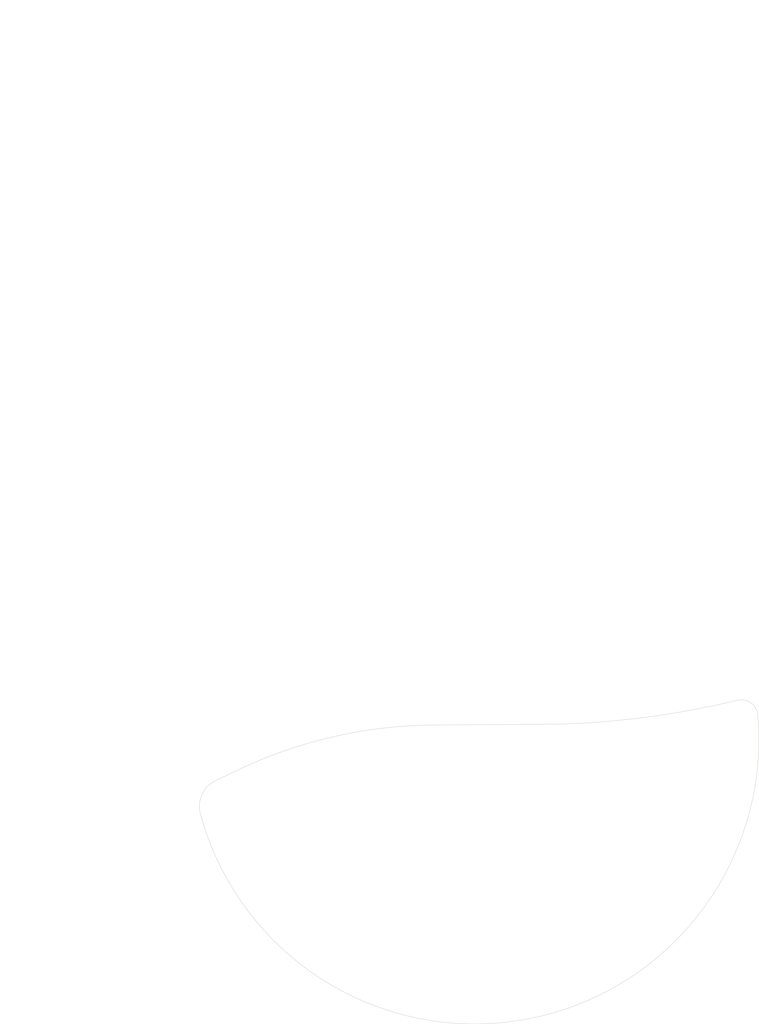
<source format=kicad_pcb>
(kicad_pcb (version 20211014) (generator pcbnew)

  (general
    (thickness 1.6)
  )

  (paper "A4")
  (layers
    (0 "F.Cu" signal)
    (31 "B.Cu" signal)
    (32 "B.Adhes" user "B.Adhesive")
    (33 "F.Adhes" user "F.Adhesive")
    (34 "B.Paste" user)
    (35 "F.Paste" user)
    (36 "B.SilkS" user "B.Silkscreen")
    (37 "F.SilkS" user "F.Silkscreen")
    (38 "B.Mask" user)
    (39 "F.Mask" user)
    (40 "Dwgs.User" user "User.Drawings")
    (41 "Cmts.User" user "User.Comments")
    (42 "Eco1.User" user "User.Eco1")
    (43 "Eco2.User" user "User.Eco2")
    (44 "Edge.Cuts" user)
    (45 "Margin" user)
    (46 "B.CrtYd" user "B.Courtyard")
    (47 "F.CrtYd" user "F.Courtyard")
    (48 "B.Fab" user)
    (49 "F.Fab" user)
  )

  (setup
    (stackup
      (layer "F.SilkS" (type "Top Silk Screen"))
      (layer "F.Paste" (type "Top Solder Paste"))
      (layer "F.Mask" (type "Top Solder Mask") (thickness 0.01))
      (layer "F.Cu" (type "copper") (thickness 0.035))
      (layer "dielectric 1" (type "core") (thickness 1.51) (material "FR4") (epsilon_r 4.5) (loss_tangent 0.02))
      (layer "B.Cu" (type "copper") (thickness 0.035))
      (layer "B.Mask" (type "Bottom Solder Mask") (thickness 0.01))
      (layer "B.Paste" (type "Bottom Solder Paste"))
      (layer "B.SilkS" (type "Bottom Silk Screen"))
      (copper_finish "None")
      (dielectric_constraints no)
    )
    (pad_to_mask_clearance 0.2)
    (pcbplotparams
      (layerselection 0x000d0fc_ffffffff)
      (disableapertmacros false)
      (usegerberextensions false)
      (usegerberattributes false)
      (usegerberadvancedattributes false)
      (creategerberjobfile true)
      (svguseinch false)
      (svgprecision 6)
      (excludeedgelayer true)
      (plotframeref false)
      (viasonmask false)
      (mode 1)
      (useauxorigin false)
      (hpglpennumber 1)
      (hpglpenspeed 20)
      (hpglpendiameter 15.000000)
      (dxfpolygonmode true)
      (dxfimperialunits true)
      (dxfusepcbnewfont true)
      (psnegative false)
      (psa4output false)
      (plotreference true)
      (plotvalue true)
      (plotinvisibletext false)
      (sketchpadsonfab false)
      (subtractmaskfromsilk true)
      (outputformat 1)
      (mirror false)
      (drillshape 0)
      (scaleselection 1)
      (outputdirectory "../Gerbers/PCB/")
    )
  )

  (net 0 "")

  (gr_line (start 49.676679 -38.227998) (end 49.676679 -38.227998) (layer "Cmts.User") (width 0.1) (tstamp f64ffca7-3c88-48d2-8d78-4bd7ec67bd1b))
  (gr_line (start 45.503294 -44.952764) (end 45.503294 -44.952764) (layer "Eco2.User") (width 0.1) (tstamp 9110f47f-a990-4603-9888-a44e93a8108c))
  (gr_line (start 97.45 142.65) (end 103.85 139.6) (layer "Edge.Cuts") (width 0.1) (tstamp 3e07e66c-4aae-4594-ab25-813bafc9d3c2))
  (gr_arc (start 222.69607 123.435293) (mid 201.767199 127.340242) (end 180.55 129.1) (layer "Edge.Cuts") (width 0.1) (tstamp 4f1dea29-9ed6-487e-9c23-ad8d206c0e89))
  (gr_arc (start 227.85 126.775) (mid 171.766332 200.130661) (end 93.725 150.775) (layer "Edge.Cuts") (width 0.1) (tstamp 69ccc710-e139-4999-b3c9-f7161f498604))
  (gr_arc (start 222.69607 123.435293) (mid 226.062803 123.886355) (end 227.85 126.775) (layer "Edge.Cuts") (width 0.1) (tstamp 8412c058-d822-471a-a5f5-75c982063b3e))
  (gr_line (start 148.45 129.35) (end 180.55 129.1) (layer "Edge.Cuts") (width 0.1) (tstamp 9ecfc42e-e05f-4741-99d6-7a91379cc685))
  (gr_arc (start 103.85 139.6) (mid 125.620271 132.170033) (end 148.45 129.35) (layer "Edge.Cuts") (width 0.1) (tstamp ed91bf6a-6560-4aca-aea0-a2b7e5924d62))
  (gr_arc (start 93.725 150.775) (mid 94.086781 146.029417) (end 97.45 142.65) (layer "Edge.Cuts") (width 0.1) (tstamp fe1016dd-bd53-4b30-b2b9-5e2fb613cbf2))

)

</source>
